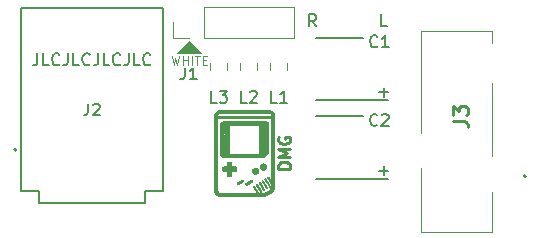
<source format=gbr>
%TF.GenerationSoftware,KiCad,Pcbnew,(5.1.6)-1*%
%TF.CreationDate,2024-02-19T11:36:57-05:00*%
%TF.ProjectId,GB-DMG-Pro-Headphone-PCB,47422d44-4d47-42d5-9072-6f2d48656164,0*%
%TF.SameCoordinates,Original*%
%TF.FileFunction,Legend,Top*%
%TF.FilePolarity,Positive*%
%FSLAX46Y46*%
G04 Gerber Fmt 4.6, Leading zero omitted, Abs format (unit mm)*
G04 Created by KiCad (PCBNEW (5.1.6)-1) date 2024-02-19 11:36:57*
%MOMM*%
%LPD*%
G01*
G04 APERTURE LIST*
%ADD10C,0.150000*%
%ADD11C,0.250000*%
%ADD12C,0.125000*%
%ADD13C,0.100000*%
%ADD14C,0.010000*%
%ADD15C,0.200000*%
%ADD16C,0.120000*%
%ADD17C,0.127000*%
%ADD18C,0.254000*%
G04 APERTURE END LIST*
D10*
X161671047Y-111704428D02*
X162432952Y-111704428D01*
X162052000Y-112085380D02*
X162052000Y-111323476D01*
X161671047Y-105036928D02*
X162432952Y-105036928D01*
X162052000Y-105417880D02*
X162052000Y-104655976D01*
X162298023Y-99448880D02*
X161821833Y-99448880D01*
X161821833Y-98448880D01*
X156329023Y-99448880D02*
X155995690Y-98972690D01*
X155757595Y-99448880D02*
X155757595Y-98448880D01*
X156138547Y-98448880D01*
X156233785Y-98496500D01*
X156281404Y-98544119D01*
X156329023Y-98639357D01*
X156329023Y-98782214D01*
X156281404Y-98877452D01*
X156233785Y-98925071D01*
X156138547Y-98972690D01*
X155757595Y-98972690D01*
D11*
X154122380Y-111505833D02*
X153122380Y-111505833D01*
X153122380Y-111267738D01*
X153170000Y-111124880D01*
X153265238Y-111029642D01*
X153360476Y-110982023D01*
X153550952Y-110934404D01*
X153693809Y-110934404D01*
X153884285Y-110982023D01*
X153979523Y-111029642D01*
X154074761Y-111124880D01*
X154122380Y-111267738D01*
X154122380Y-111505833D01*
X154122380Y-110505833D02*
X153122380Y-110505833D01*
X153836666Y-110172500D01*
X153122380Y-109839166D01*
X154122380Y-109839166D01*
X153170000Y-108839166D02*
X153122380Y-108934404D01*
X153122380Y-109077261D01*
X153170000Y-109220119D01*
X153265238Y-109315357D01*
X153360476Y-109362976D01*
X153550952Y-109410595D01*
X153693809Y-109410595D01*
X153884285Y-109362976D01*
X153979523Y-109315357D01*
X154074761Y-109220119D01*
X154122380Y-109077261D01*
X154122380Y-108982023D01*
X154074761Y-108839166D01*
X154027142Y-108791547D01*
X153693809Y-108791547D01*
X153693809Y-108982023D01*
D12*
X144087642Y-101951285D02*
X144266214Y-102701285D01*
X144409071Y-102165571D01*
X144551928Y-102701285D01*
X144730500Y-101951285D01*
X145016214Y-102701285D02*
X145016214Y-101951285D01*
X145016214Y-102308428D02*
X145444785Y-102308428D01*
X145444785Y-102701285D02*
X145444785Y-101951285D01*
X145801928Y-102701285D02*
X145801928Y-101951285D01*
X146051928Y-101951285D02*
X146480500Y-101951285D01*
X146266214Y-102701285D02*
X146266214Y-101951285D01*
X146730500Y-102308428D02*
X146980500Y-102308428D01*
X147087642Y-102701285D02*
X146730500Y-102701285D01*
X146730500Y-101951285D01*
X147087642Y-101951285D01*
D13*
G36*
X146621500Y-101727000D02*
G01*
X144526000Y-101727000D01*
X145542000Y-100711000D01*
X146621500Y-101727000D01*
G37*
X146621500Y-101727000D02*
X144526000Y-101727000D01*
X145542000Y-100711000D01*
X146621500Y-101727000D01*
D10*
X132731452Y-101750880D02*
X132731452Y-102465166D01*
X132683833Y-102608023D01*
X132588595Y-102703261D01*
X132445738Y-102750880D01*
X132350500Y-102750880D01*
X133683833Y-102750880D02*
X133207642Y-102750880D01*
X133207642Y-101750880D01*
X134588595Y-102655642D02*
X134540976Y-102703261D01*
X134398119Y-102750880D01*
X134302880Y-102750880D01*
X134160023Y-102703261D01*
X134064785Y-102608023D01*
X134017166Y-102512785D01*
X133969547Y-102322309D01*
X133969547Y-102179452D01*
X134017166Y-101988976D01*
X134064785Y-101893738D01*
X134160023Y-101798500D01*
X134302880Y-101750880D01*
X134398119Y-101750880D01*
X134540976Y-101798500D01*
X134588595Y-101846119D01*
X135302880Y-101750880D02*
X135302880Y-102465166D01*
X135255261Y-102608023D01*
X135160023Y-102703261D01*
X135017166Y-102750880D01*
X134921928Y-102750880D01*
X136255261Y-102750880D02*
X135779071Y-102750880D01*
X135779071Y-101750880D01*
X137160023Y-102655642D02*
X137112404Y-102703261D01*
X136969547Y-102750880D01*
X136874309Y-102750880D01*
X136731452Y-102703261D01*
X136636214Y-102608023D01*
X136588595Y-102512785D01*
X136540976Y-102322309D01*
X136540976Y-102179452D01*
X136588595Y-101988976D01*
X136636214Y-101893738D01*
X136731452Y-101798500D01*
X136874309Y-101750880D01*
X136969547Y-101750880D01*
X137112404Y-101798500D01*
X137160023Y-101846119D01*
X137874309Y-101750880D02*
X137874309Y-102465166D01*
X137826690Y-102608023D01*
X137731452Y-102703261D01*
X137588595Y-102750880D01*
X137493357Y-102750880D01*
X138826690Y-102750880D02*
X138350500Y-102750880D01*
X138350500Y-101750880D01*
X139731452Y-102655642D02*
X139683833Y-102703261D01*
X139540976Y-102750880D01*
X139445738Y-102750880D01*
X139302880Y-102703261D01*
X139207642Y-102608023D01*
X139160023Y-102512785D01*
X139112404Y-102322309D01*
X139112404Y-102179452D01*
X139160023Y-101988976D01*
X139207642Y-101893738D01*
X139302880Y-101798500D01*
X139445738Y-101750880D01*
X139540976Y-101750880D01*
X139683833Y-101798500D01*
X139731452Y-101846119D01*
X140445738Y-101750880D02*
X140445738Y-102465166D01*
X140398119Y-102608023D01*
X140302880Y-102703261D01*
X140160023Y-102750880D01*
X140064785Y-102750880D01*
X141398119Y-102750880D02*
X140921928Y-102750880D01*
X140921928Y-101750880D01*
X142302880Y-102655642D02*
X142255261Y-102703261D01*
X142112404Y-102750880D01*
X142017166Y-102750880D01*
X141874309Y-102703261D01*
X141779071Y-102608023D01*
X141731452Y-102512785D01*
X141683833Y-102322309D01*
X141683833Y-102179452D01*
X141731452Y-101988976D01*
X141779071Y-101893738D01*
X141874309Y-101798500D01*
X142017166Y-101750880D01*
X142112404Y-101750880D01*
X142255261Y-101798500D01*
X142302880Y-101846119D01*
D14*
%TO.C,G\u002A\u002A\u002A*%
G36*
X151038351Y-107496943D02*
G01*
X151242394Y-107497163D01*
X151420209Y-107497690D01*
X151573708Y-107498631D01*
X151704799Y-107500096D01*
X151815394Y-107502193D01*
X151907401Y-107505031D01*
X151982730Y-107508719D01*
X152043292Y-107513366D01*
X152090996Y-107519080D01*
X152127753Y-107525969D01*
X152155471Y-107534144D01*
X152176062Y-107543711D01*
X152191434Y-107554781D01*
X152203498Y-107567462D01*
X152214164Y-107581862D01*
X152225341Y-107598091D01*
X152234024Y-107609985D01*
X152281467Y-107672173D01*
X152286438Y-108765703D01*
X152287342Y-109031101D01*
X152287483Y-109263002D01*
X152286857Y-109461771D01*
X152285461Y-109627770D01*
X152283290Y-109761362D01*
X152280340Y-109862909D01*
X152276607Y-109932773D01*
X152272853Y-109967303D01*
X152231697Y-110111903D01*
X152161832Y-110245070D01*
X152067220Y-110361018D01*
X151951825Y-110453960D01*
X151930590Y-110466960D01*
X151904171Y-110482213D01*
X151878642Y-110495728D01*
X151851896Y-110507610D01*
X151821823Y-110517960D01*
X151786314Y-110526883D01*
X151743261Y-110534483D01*
X151690554Y-110540861D01*
X151626085Y-110546122D01*
X151547744Y-110550370D01*
X151453424Y-110553706D01*
X151341014Y-110556236D01*
X151208407Y-110558062D01*
X151053492Y-110559287D01*
X150874161Y-110560015D01*
X150668306Y-110560349D01*
X150433817Y-110560393D01*
X150168586Y-110560250D01*
X150029333Y-110560145D01*
X149789592Y-110559798D01*
X149561140Y-110559152D01*
X149346232Y-110558228D01*
X149147118Y-110557050D01*
X148966052Y-110555641D01*
X148805285Y-110554023D01*
X148667069Y-110552219D01*
X148553658Y-110550251D01*
X148467303Y-110548143D01*
X148410257Y-110545917D01*
X148384771Y-110543597D01*
X148384568Y-110543540D01*
X148323373Y-110511040D01*
X148266410Y-110455634D01*
X148222505Y-110387971D01*
X148200922Y-110321985D01*
X148199294Y-110293511D01*
X148197875Y-110233970D01*
X148196677Y-110146164D01*
X148195709Y-110032890D01*
X148194985Y-109896950D01*
X148194514Y-109741144D01*
X148194309Y-109568270D01*
X148194379Y-109381129D01*
X148194738Y-109182521D01*
X148195395Y-108975246D01*
X148195453Y-108960439D01*
X148197016Y-108563833D01*
X148446067Y-108563833D01*
X148458475Y-108615633D01*
X148493649Y-108644063D01*
X148522267Y-108648500D01*
X148561126Y-108639330D01*
X148578147Y-108628180D01*
X148593794Y-108596516D01*
X148598467Y-108563833D01*
X148586058Y-108512033D01*
X148550884Y-108483603D01*
X148522267Y-108479167D01*
X148475646Y-108492954D01*
X148450060Y-108532036D01*
X148446067Y-108563833D01*
X148197016Y-108563833D01*
X148199813Y-107854554D01*
X148971000Y-107854554D01*
X148971000Y-109035540D01*
X148971142Y-109278302D01*
X148971588Y-109488987D01*
X148972369Y-109669381D01*
X148973515Y-109821274D01*
X148975055Y-109946453D01*
X148977021Y-110046705D01*
X148979443Y-110123819D01*
X148982350Y-110179583D01*
X148985773Y-110215784D01*
X148989742Y-110234210D01*
X148991320Y-110236847D01*
X149011974Y-110240908D01*
X149063215Y-110244556D01*
X149141767Y-110247792D01*
X149244352Y-110250614D01*
X149367694Y-110253024D01*
X149508517Y-110255021D01*
X149663542Y-110256604D01*
X149829494Y-110257775D01*
X150003096Y-110258532D01*
X150181070Y-110258877D01*
X150360140Y-110258808D01*
X150537029Y-110258327D01*
X150708461Y-110257433D01*
X150871158Y-110256125D01*
X151021843Y-110254405D01*
X151157241Y-110252272D01*
X151274073Y-110249726D01*
X151369064Y-110246766D01*
X151438936Y-110243394D01*
X151480413Y-110239609D01*
X151490680Y-110236847D01*
X151494854Y-110224416D01*
X151498472Y-110194858D01*
X151501562Y-110146384D01*
X151504156Y-110077208D01*
X151506283Y-109985541D01*
X151507974Y-109869595D01*
X151509259Y-109727583D01*
X151510169Y-109557716D01*
X151510733Y-109358206D01*
X151510982Y-109127266D01*
X151511000Y-109035540D01*
X151511000Y-107854554D01*
X151473365Y-107828193D01*
X151463038Y-107823062D01*
X151446194Y-107818632D01*
X151420494Y-107814853D01*
X151383598Y-107811674D01*
X151333165Y-107809046D01*
X151266857Y-107806918D01*
X151182332Y-107805242D01*
X151077250Y-107803965D01*
X150949273Y-107803039D01*
X150796059Y-107802414D01*
X150615268Y-107802038D01*
X150404561Y-107801863D01*
X150241000Y-107801833D01*
X150008351Y-107801899D01*
X149807228Y-107802131D01*
X149635292Y-107802579D01*
X149490202Y-107803293D01*
X149369619Y-107804323D01*
X149271202Y-107805719D01*
X149192611Y-107807531D01*
X149131507Y-107809810D01*
X149085548Y-107812604D01*
X149052396Y-107815965D01*
X149029710Y-107819942D01*
X149015150Y-107824586D01*
X149008634Y-107828193D01*
X148971000Y-107854554D01*
X148199813Y-107854554D01*
X148200533Y-107672179D01*
X148249332Y-107608209D01*
X148261797Y-107591059D01*
X148272826Y-107575764D01*
X148284323Y-107562218D01*
X148298192Y-107550315D01*
X148316338Y-107539950D01*
X148340663Y-107531016D01*
X148373071Y-107523409D01*
X148415468Y-107517021D01*
X148469756Y-107511748D01*
X148537840Y-107507483D01*
X148621623Y-107504121D01*
X148723009Y-107501555D01*
X148843903Y-107499681D01*
X148986208Y-107498392D01*
X149151827Y-107497582D01*
X149342666Y-107497146D01*
X149560628Y-107496977D01*
X149807616Y-107496971D01*
X150085535Y-107497020D01*
X150249764Y-107497033D01*
X150543946Y-107496987D01*
X150806172Y-107496921D01*
X151038351Y-107496943D01*
G37*
X151038351Y-107496943D02*
X151242394Y-107497163D01*
X151420209Y-107497690D01*
X151573708Y-107498631D01*
X151704799Y-107500096D01*
X151815394Y-107502193D01*
X151907401Y-107505031D01*
X151982730Y-107508719D01*
X152043292Y-107513366D01*
X152090996Y-107519080D01*
X152127753Y-107525969D01*
X152155471Y-107534144D01*
X152176062Y-107543711D01*
X152191434Y-107554781D01*
X152203498Y-107567462D01*
X152214164Y-107581862D01*
X152225341Y-107598091D01*
X152234024Y-107609985D01*
X152281467Y-107672173D01*
X152286438Y-108765703D01*
X152287342Y-109031101D01*
X152287483Y-109263002D01*
X152286857Y-109461771D01*
X152285461Y-109627770D01*
X152283290Y-109761362D01*
X152280340Y-109862909D01*
X152276607Y-109932773D01*
X152272853Y-109967303D01*
X152231697Y-110111903D01*
X152161832Y-110245070D01*
X152067220Y-110361018D01*
X151951825Y-110453960D01*
X151930590Y-110466960D01*
X151904171Y-110482213D01*
X151878642Y-110495728D01*
X151851896Y-110507610D01*
X151821823Y-110517960D01*
X151786314Y-110526883D01*
X151743261Y-110534483D01*
X151690554Y-110540861D01*
X151626085Y-110546122D01*
X151547744Y-110550370D01*
X151453424Y-110553706D01*
X151341014Y-110556236D01*
X151208407Y-110558062D01*
X151053492Y-110559287D01*
X150874161Y-110560015D01*
X150668306Y-110560349D01*
X150433817Y-110560393D01*
X150168586Y-110560250D01*
X150029333Y-110560145D01*
X149789592Y-110559798D01*
X149561140Y-110559152D01*
X149346232Y-110558228D01*
X149147118Y-110557050D01*
X148966052Y-110555641D01*
X148805285Y-110554023D01*
X148667069Y-110552219D01*
X148553658Y-110550251D01*
X148467303Y-110548143D01*
X148410257Y-110545917D01*
X148384771Y-110543597D01*
X148384568Y-110543540D01*
X148323373Y-110511040D01*
X148266410Y-110455634D01*
X148222505Y-110387971D01*
X148200922Y-110321985D01*
X148199294Y-110293511D01*
X148197875Y-110233970D01*
X148196677Y-110146164D01*
X148195709Y-110032890D01*
X148194985Y-109896950D01*
X148194514Y-109741144D01*
X148194309Y-109568270D01*
X148194379Y-109381129D01*
X148194738Y-109182521D01*
X148195395Y-108975246D01*
X148195453Y-108960439D01*
X148197016Y-108563833D01*
X148446067Y-108563833D01*
X148458475Y-108615633D01*
X148493649Y-108644063D01*
X148522267Y-108648500D01*
X148561126Y-108639330D01*
X148578147Y-108628180D01*
X148593794Y-108596516D01*
X148598467Y-108563833D01*
X148586058Y-108512033D01*
X148550884Y-108483603D01*
X148522267Y-108479167D01*
X148475646Y-108492954D01*
X148450060Y-108532036D01*
X148446067Y-108563833D01*
X148197016Y-108563833D01*
X148199813Y-107854554D01*
X148971000Y-107854554D01*
X148971000Y-109035540D01*
X148971142Y-109278302D01*
X148971588Y-109488987D01*
X148972369Y-109669381D01*
X148973515Y-109821274D01*
X148975055Y-109946453D01*
X148977021Y-110046705D01*
X148979443Y-110123819D01*
X148982350Y-110179583D01*
X148985773Y-110215784D01*
X148989742Y-110234210D01*
X148991320Y-110236847D01*
X149011974Y-110240908D01*
X149063215Y-110244556D01*
X149141767Y-110247792D01*
X149244352Y-110250614D01*
X149367694Y-110253024D01*
X149508517Y-110255021D01*
X149663542Y-110256604D01*
X149829494Y-110257775D01*
X150003096Y-110258532D01*
X150181070Y-110258877D01*
X150360140Y-110258808D01*
X150537029Y-110258327D01*
X150708461Y-110257433D01*
X150871158Y-110256125D01*
X151021843Y-110254405D01*
X151157241Y-110252272D01*
X151274073Y-110249726D01*
X151369064Y-110246766D01*
X151438936Y-110243394D01*
X151480413Y-110239609D01*
X151490680Y-110236847D01*
X151494854Y-110224416D01*
X151498472Y-110194858D01*
X151501562Y-110146384D01*
X151504156Y-110077208D01*
X151506283Y-109985541D01*
X151507974Y-109869595D01*
X151509259Y-109727583D01*
X151510169Y-109557716D01*
X151510733Y-109358206D01*
X151510982Y-109127266D01*
X151511000Y-109035540D01*
X151511000Y-107854554D01*
X151473365Y-107828193D01*
X151463038Y-107823062D01*
X151446194Y-107818632D01*
X151420494Y-107814853D01*
X151383598Y-107811674D01*
X151333165Y-107809046D01*
X151266857Y-107806918D01*
X151182332Y-107805242D01*
X151077250Y-107803965D01*
X150949273Y-107803039D01*
X150796059Y-107802414D01*
X150615268Y-107802038D01*
X150404561Y-107801863D01*
X150241000Y-107801833D01*
X150008351Y-107801899D01*
X149807228Y-107802131D01*
X149635292Y-107802579D01*
X149490202Y-107803293D01*
X149369619Y-107804323D01*
X149271202Y-107805719D01*
X149192611Y-107807531D01*
X149131507Y-107809810D01*
X149085548Y-107812604D01*
X149052396Y-107815965D01*
X149029710Y-107819942D01*
X149015150Y-107824586D01*
X149008634Y-107828193D01*
X148971000Y-107854554D01*
X148199813Y-107854554D01*
X148200533Y-107672179D01*
X148249332Y-107608209D01*
X148261797Y-107591059D01*
X148272826Y-107575764D01*
X148284323Y-107562218D01*
X148298192Y-107550315D01*
X148316338Y-107539950D01*
X148340663Y-107531016D01*
X148373071Y-107523409D01*
X148415468Y-107517021D01*
X148469756Y-107511748D01*
X148537840Y-107507483D01*
X148621623Y-107504121D01*
X148723009Y-107501555D01*
X148843903Y-107499681D01*
X148986208Y-107498392D01*
X149151827Y-107497582D01*
X149342666Y-107497146D01*
X149560628Y-107496977D01*
X149807616Y-107496971D01*
X150085535Y-107497020D01*
X150249764Y-107497033D01*
X150543946Y-107496987D01*
X150806172Y-107496921D01*
X151038351Y-107496943D01*
G36*
X151935674Y-111078011D02*
G01*
X152011358Y-111119093D01*
X152072727Y-111185547D01*
X152083145Y-111202669D01*
X152114257Y-111288736D01*
X152114987Y-111374775D01*
X152088331Y-111455036D01*
X152037287Y-111523764D01*
X151964851Y-111575207D01*
X151874285Y-111603573D01*
X151816775Y-111605087D01*
X151759603Y-111587965D01*
X151732124Y-111574692D01*
X151658313Y-111527116D01*
X151613073Y-111472019D01*
X151591269Y-111400924D01*
X151587200Y-111335425D01*
X151590637Y-111266117D01*
X151603179Y-111216631D01*
X151626635Y-111175544D01*
X151691156Y-111111069D01*
X151768731Y-111073592D01*
X151852518Y-111062708D01*
X151935674Y-111078011D01*
G37*
X151935674Y-111078011D02*
X152011358Y-111119093D01*
X152072727Y-111185547D01*
X152083145Y-111202669D01*
X152114257Y-111288736D01*
X152114987Y-111374775D01*
X152088331Y-111455036D01*
X152037287Y-111523764D01*
X151964851Y-111575207D01*
X151874285Y-111603573D01*
X151816775Y-111605087D01*
X151759603Y-111587965D01*
X151732124Y-111574692D01*
X151658313Y-111527116D01*
X151613073Y-111472019D01*
X151591269Y-111400924D01*
X151587200Y-111335425D01*
X151590637Y-111266117D01*
X151603179Y-111216631D01*
X151626635Y-111175544D01*
X151691156Y-111111069D01*
X151768731Y-111073592D01*
X151852518Y-111062708D01*
X151935674Y-111078011D01*
G36*
X151278581Y-111439066D02*
G01*
X151278588Y-111439069D01*
X151354190Y-111488549D01*
X151406925Y-111555714D01*
X151436110Y-111633848D01*
X151441063Y-111716238D01*
X151421101Y-111796168D01*
X151375541Y-111866925D01*
X151326320Y-111908539D01*
X151247332Y-111945779D01*
X151165756Y-111959854D01*
X151103136Y-111951778D01*
X151017986Y-111909618D01*
X150953732Y-111841880D01*
X150938470Y-111817112D01*
X150907311Y-111732276D01*
X150905526Y-111648926D01*
X150928951Y-111571687D01*
X150973425Y-111505186D01*
X151034786Y-111454048D01*
X151108874Y-111422898D01*
X151191526Y-111416362D01*
X151278581Y-111439066D01*
G37*
X151278581Y-111439066D02*
X151278588Y-111439069D01*
X151354190Y-111488549D01*
X151406925Y-111555714D01*
X151436110Y-111633848D01*
X151441063Y-111716238D01*
X151421101Y-111796168D01*
X151375541Y-111866925D01*
X151326320Y-111908539D01*
X151247332Y-111945779D01*
X151165756Y-111959854D01*
X151103136Y-111951778D01*
X151017986Y-111909618D01*
X150953732Y-111841880D01*
X150938470Y-111817112D01*
X150907311Y-111732276D01*
X150905526Y-111648926D01*
X150928951Y-111571687D01*
X150973425Y-111505186D01*
X151034786Y-111454048D01*
X151108874Y-111422898D01*
X151191526Y-111416362D01*
X151278581Y-111439066D01*
G36*
X149037951Y-110920131D02*
G01*
X149093445Y-110927349D01*
X149120013Y-110937886D01*
X149130656Y-110967005D01*
X149137452Y-111028391D01*
X149140262Y-111120647D01*
X149140333Y-111141086D01*
X149140333Y-111323967D01*
X149323975Y-111323967D01*
X149418314Y-111325181D01*
X149483984Y-111331551D01*
X149526167Y-111347167D01*
X149550042Y-111376117D01*
X149560793Y-111422494D01*
X149563599Y-111490385D01*
X149563666Y-111513175D01*
X149562053Y-111584973D01*
X149553782Y-111635085D01*
X149533707Y-111667399D01*
X149496682Y-111685804D01*
X149437562Y-111694188D01*
X149351200Y-111696439D01*
X149321033Y-111696500D01*
X149140333Y-111696500D01*
X149140333Y-111879380D01*
X149138280Y-111977220D01*
X149132215Y-112044450D01*
X149122276Y-112079672D01*
X149120013Y-112082580D01*
X149091366Y-112093563D01*
X149034642Y-112100572D01*
X148959742Y-112102900D01*
X148889068Y-112101887D01*
X148844677Y-112097803D01*
X148819019Y-112089076D01*
X148804544Y-112074137D01*
X148802262Y-112070146D01*
X148794779Y-112039751D01*
X148788888Y-111984590D01*
X148785375Y-111913754D01*
X148784733Y-111866946D01*
X148784733Y-111696500D01*
X148606933Y-111696500D01*
X148511090Y-111694803D01*
X148443977Y-111687149D01*
X148400524Y-111669691D01*
X148375661Y-111638582D01*
X148364316Y-111589975D01*
X148361420Y-111520025D01*
X148361400Y-111510233D01*
X148363636Y-111437525D01*
X148373726Y-111386611D01*
X148396739Y-111353647D01*
X148437746Y-111334785D01*
X148501818Y-111326179D01*
X148594025Y-111323982D01*
X148606933Y-111323967D01*
X148784733Y-111323967D01*
X148784733Y-111153520D01*
X148785540Y-111060091D01*
X148790551Y-110995291D01*
X148803649Y-110953883D01*
X148828719Y-110930631D01*
X148869644Y-110920298D01*
X148930308Y-110917648D01*
X148959742Y-110917567D01*
X149037951Y-110920131D01*
G37*
X149037951Y-110920131D02*
X149093445Y-110927349D01*
X149120013Y-110937886D01*
X149130656Y-110967005D01*
X149137452Y-111028391D01*
X149140262Y-111120647D01*
X149140333Y-111141086D01*
X149140333Y-111323967D01*
X149323975Y-111323967D01*
X149418314Y-111325181D01*
X149483984Y-111331551D01*
X149526167Y-111347167D01*
X149550042Y-111376117D01*
X149560793Y-111422494D01*
X149563599Y-111490385D01*
X149563666Y-111513175D01*
X149562053Y-111584973D01*
X149553782Y-111635085D01*
X149533707Y-111667399D01*
X149496682Y-111685804D01*
X149437562Y-111694188D01*
X149351200Y-111696439D01*
X149321033Y-111696500D01*
X149140333Y-111696500D01*
X149140333Y-111879380D01*
X149138280Y-111977220D01*
X149132215Y-112044450D01*
X149122276Y-112079672D01*
X149120013Y-112082580D01*
X149091366Y-112093563D01*
X149034642Y-112100572D01*
X148959742Y-112102900D01*
X148889068Y-112101887D01*
X148844677Y-112097803D01*
X148819019Y-112089076D01*
X148804544Y-112074137D01*
X148802262Y-112070146D01*
X148794779Y-112039751D01*
X148788888Y-111984590D01*
X148785375Y-111913754D01*
X148784733Y-111866946D01*
X148784733Y-111696500D01*
X148606933Y-111696500D01*
X148511090Y-111694803D01*
X148443977Y-111687149D01*
X148400524Y-111669691D01*
X148375661Y-111638582D01*
X148364316Y-111589975D01*
X148361420Y-111520025D01*
X148361400Y-111510233D01*
X148363636Y-111437525D01*
X148373726Y-111386611D01*
X148396739Y-111353647D01*
X148437746Y-111334785D01*
X148501818Y-111326179D01*
X148594025Y-111323982D01*
X148606933Y-111323967D01*
X148784733Y-111323967D01*
X148784733Y-111153520D01*
X148785540Y-111060091D01*
X148790551Y-110995291D01*
X148803649Y-110953883D01*
X148828719Y-110930631D01*
X148869644Y-110920298D01*
X148930308Y-110917648D01*
X148959742Y-110917567D01*
X149037951Y-110920131D01*
G36*
X150081544Y-112448874D02*
G01*
X150122381Y-112474533D01*
X150143599Y-112518851D01*
X150139749Y-112567869D01*
X150122736Y-112584474D01*
X150082511Y-112613755D01*
X150025406Y-112651835D01*
X149957753Y-112694836D01*
X149885885Y-112738881D01*
X149816135Y-112780092D01*
X149754834Y-112814591D01*
X149708317Y-112838501D01*
X149682914Y-112847944D01*
X149682315Y-112847966D01*
X149662904Y-112839259D01*
X149634216Y-112820940D01*
X149605251Y-112788192D01*
X149600815Y-112741490D01*
X149605164Y-112719674D01*
X149616500Y-112699580D01*
X149639346Y-112677581D01*
X149678224Y-112650051D01*
X149737655Y-112613363D01*
X149822162Y-112563891D01*
X149822578Y-112563651D01*
X149913398Y-112512148D01*
X149980395Y-112477035D01*
X150028161Y-112456277D01*
X150061289Y-112447838D01*
X150081544Y-112448874D01*
G37*
X150081544Y-112448874D02*
X150122381Y-112474533D01*
X150143599Y-112518851D01*
X150139749Y-112567869D01*
X150122736Y-112584474D01*
X150082511Y-112613755D01*
X150025406Y-112651835D01*
X149957753Y-112694836D01*
X149885885Y-112738881D01*
X149816135Y-112780092D01*
X149754834Y-112814591D01*
X149708317Y-112838501D01*
X149682914Y-112847944D01*
X149682315Y-112847966D01*
X149662904Y-112839259D01*
X149634216Y-112820940D01*
X149605251Y-112788192D01*
X149600815Y-112741490D01*
X149605164Y-112719674D01*
X149616500Y-112699580D01*
X149639346Y-112677581D01*
X149678224Y-112650051D01*
X149737655Y-112613363D01*
X149822162Y-112563891D01*
X149822578Y-112563651D01*
X149913398Y-112512148D01*
X149980395Y-112477035D01*
X150028161Y-112456277D01*
X150061289Y-112447838D01*
X150081544Y-112448874D01*
G36*
X150840731Y-112473056D02*
G01*
X150869565Y-112509091D01*
X150882457Y-112555494D01*
X150873953Y-112600703D01*
X150870840Y-112606129D01*
X150851614Y-112621900D01*
X150809159Y-112649671D01*
X150750068Y-112685689D01*
X150680936Y-112726202D01*
X150608355Y-112767456D01*
X150538921Y-112805698D01*
X150479226Y-112837174D01*
X150435866Y-112858132D01*
X150416211Y-112864900D01*
X150392484Y-112852684D01*
X150363011Y-112823124D01*
X150361708Y-112821485D01*
X150341856Y-112789891D01*
X150337466Y-112760689D01*
X150351321Y-112730590D01*
X150386203Y-112696306D01*
X150444897Y-112654550D01*
X150530187Y-112602034D01*
X150564650Y-112581778D01*
X150641763Y-112537813D01*
X150710051Y-112500788D01*
X150763487Y-112473831D01*
X150796039Y-112460070D01*
X150801409Y-112458950D01*
X150840731Y-112473056D01*
G37*
X150840731Y-112473056D02*
X150869565Y-112509091D01*
X150882457Y-112555494D01*
X150873953Y-112600703D01*
X150870840Y-112606129D01*
X150851614Y-112621900D01*
X150809159Y-112649671D01*
X150750068Y-112685689D01*
X150680936Y-112726202D01*
X150608355Y-112767456D01*
X150538921Y-112805698D01*
X150479226Y-112837174D01*
X150435866Y-112858132D01*
X150416211Y-112864900D01*
X150392484Y-112852684D01*
X150363011Y-112823124D01*
X150361708Y-112821485D01*
X150341856Y-112789891D01*
X150337466Y-112760689D01*
X150351321Y-112730590D01*
X150386203Y-112696306D01*
X150444897Y-112654550D01*
X150530187Y-112602034D01*
X150564650Y-112581778D01*
X150641763Y-112537813D01*
X150710051Y-112500788D01*
X150763487Y-112473831D01*
X150796039Y-112460070D01*
X150801409Y-112458950D01*
X150840731Y-112473056D01*
G36*
X152023942Y-112345740D02*
G01*
X152039298Y-112357023D01*
X152058866Y-112379349D01*
X152085068Y-112415979D01*
X152120327Y-112470174D01*
X152167064Y-112545196D01*
X152227700Y-112644306D01*
X152263926Y-112703812D01*
X152325834Y-112806957D01*
X152370264Y-112885331D01*
X152398307Y-112942487D01*
X152411053Y-112981978D01*
X152409592Y-113007355D01*
X152395015Y-113022170D01*
X152368412Y-113029976D01*
X152364254Y-113030642D01*
X152349625Y-113026497D01*
X152329341Y-113008274D01*
X152301224Y-112972968D01*
X152263095Y-112917575D01*
X152212775Y-112839089D01*
X152148085Y-112734507D01*
X152140333Y-112721829D01*
X152084198Y-112628200D01*
X152035084Y-112542934D01*
X151995503Y-112470674D01*
X151967966Y-112416059D01*
X151954987Y-112383732D01*
X151954389Y-112378286D01*
X151973783Y-112352098D01*
X151996184Y-112343261D01*
X152010379Y-112342240D01*
X152023942Y-112345740D01*
G37*
X152023942Y-112345740D02*
X152039298Y-112357023D01*
X152058866Y-112379349D01*
X152085068Y-112415979D01*
X152120327Y-112470174D01*
X152167064Y-112545196D01*
X152227700Y-112644306D01*
X152263926Y-112703812D01*
X152325834Y-112806957D01*
X152370264Y-112885331D01*
X152398307Y-112942487D01*
X152411053Y-112981978D01*
X152409592Y-113007355D01*
X152395015Y-113022170D01*
X152368412Y-113029976D01*
X152364254Y-113030642D01*
X152349625Y-113026497D01*
X152329341Y-113008274D01*
X152301224Y-112972968D01*
X152263095Y-112917575D01*
X152212775Y-112839089D01*
X152148085Y-112734507D01*
X152140333Y-112721829D01*
X152084198Y-112628200D01*
X152035084Y-112542934D01*
X151995503Y-112470674D01*
X151967966Y-112416059D01*
X151954987Y-112383732D01*
X151954389Y-112378286D01*
X151973783Y-112352098D01*
X151996184Y-112343261D01*
X152010379Y-112342240D01*
X152023942Y-112345740D01*
G36*
X151778673Y-112504840D02*
G01*
X151797654Y-112519159D01*
X151822100Y-112547239D01*
X151854575Y-112592531D01*
X151897642Y-112658482D01*
X151953864Y-112748543D01*
X151987814Y-112803863D01*
X152052754Y-112912198D01*
X152104701Y-113003304D01*
X152142130Y-113074314D01*
X152163515Y-113122361D01*
X152168022Y-113142529D01*
X152150858Y-113174166D01*
X152119073Y-113183223D01*
X152083945Y-113168939D01*
X152066301Y-113149383D01*
X152049521Y-113122784D01*
X152018437Y-113072670D01*
X151976377Y-113004440D01*
X151926671Y-112923492D01*
X151876616Y-112841722D01*
X151811213Y-112732658D01*
X151764117Y-112648546D01*
X151734360Y-112586492D01*
X151720974Y-112543603D01*
X151722990Y-112516984D01*
X151739441Y-112503742D01*
X151762593Y-112500833D01*
X151778673Y-112504840D01*
G37*
X151778673Y-112504840D02*
X151797654Y-112519159D01*
X151822100Y-112547239D01*
X151854575Y-112592531D01*
X151897642Y-112658482D01*
X151953864Y-112748543D01*
X151987814Y-112803863D01*
X152052754Y-112912198D01*
X152104701Y-113003304D01*
X152142130Y-113074314D01*
X152163515Y-113122361D01*
X152168022Y-113142529D01*
X152150858Y-113174166D01*
X152119073Y-113183223D01*
X152083945Y-113168939D01*
X152066301Y-113149383D01*
X152049521Y-113122784D01*
X152018437Y-113072670D01*
X151976377Y-113004440D01*
X151926671Y-112923492D01*
X151876616Y-112841722D01*
X151811213Y-112732658D01*
X151764117Y-112648546D01*
X151734360Y-112586492D01*
X151720974Y-112543603D01*
X151722990Y-112516984D01*
X151739441Y-112503742D01*
X151762593Y-112500833D01*
X151778673Y-112504840D01*
G36*
X151526583Y-112648983D02*
G01*
X151542807Y-112657125D01*
X151562524Y-112676171D01*
X151588355Y-112709592D01*
X151622919Y-112760858D01*
X151668838Y-112833442D01*
X151728732Y-112930813D01*
X151746457Y-112959864D01*
X151812430Y-113069178D01*
X151861553Y-113153352D01*
X151895478Y-113215609D01*
X151915854Y-113259175D01*
X151924334Y-113287275D01*
X151922568Y-113303135D01*
X151922353Y-113303489D01*
X151890820Y-113331942D01*
X151855014Y-113327741D01*
X151819808Y-113293363D01*
X151781747Y-113236846D01*
X151736221Y-113165346D01*
X151686273Y-113084100D01*
X151634950Y-112998345D01*
X151585296Y-112913318D01*
X151540356Y-112834256D01*
X151503174Y-112766394D01*
X151476796Y-112714970D01*
X151464266Y-112685220D01*
X151463709Y-112680930D01*
X151482615Y-112658110D01*
X151511234Y-112648275D01*
X151526583Y-112648983D01*
G37*
X151526583Y-112648983D02*
X151542807Y-112657125D01*
X151562524Y-112676171D01*
X151588355Y-112709592D01*
X151622919Y-112760858D01*
X151668838Y-112833442D01*
X151728732Y-112930813D01*
X151746457Y-112959864D01*
X151812430Y-113069178D01*
X151861553Y-113153352D01*
X151895478Y-113215609D01*
X151915854Y-113259175D01*
X151924334Y-113287275D01*
X151922568Y-113303135D01*
X151922353Y-113303489D01*
X151890820Y-113331942D01*
X151855014Y-113327741D01*
X151819808Y-113293363D01*
X151781747Y-113236846D01*
X151736221Y-113165346D01*
X151686273Y-113084100D01*
X151634950Y-112998345D01*
X151585296Y-112913318D01*
X151540356Y-112834256D01*
X151503174Y-112766394D01*
X151476796Y-112714970D01*
X151464266Y-112685220D01*
X151463709Y-112680930D01*
X151482615Y-112658110D01*
X151511234Y-112648275D01*
X151526583Y-112648983D01*
G36*
X151300331Y-112798001D02*
G01*
X151300888Y-112798457D01*
X151319746Y-112821377D01*
X151351332Y-112867573D01*
X151392439Y-112931641D01*
X151439856Y-113008175D01*
X151490374Y-113091772D01*
X151540784Y-113177027D01*
X151587876Y-113258535D01*
X151628441Y-113330891D01*
X151659269Y-113388692D01*
X151677152Y-113426532D01*
X151680333Y-113437445D01*
X151668363Y-113469853D01*
X151653548Y-113481155D01*
X151628821Y-113489837D01*
X151614794Y-113486574D01*
X151602704Y-113478474D01*
X151585070Y-113457925D01*
X151554445Y-113413538D01*
X151514041Y-113350733D01*
X151467068Y-113274932D01*
X151416739Y-113191557D01*
X151366264Y-113106029D01*
X151318853Y-113023770D01*
X151277719Y-112950202D01*
X151246073Y-112890746D01*
X151227126Y-112850823D01*
X151223133Y-112837619D01*
X151235948Y-112802406D01*
X151265917Y-112787066D01*
X151300331Y-112798001D01*
G37*
X151300331Y-112798001D02*
X151300888Y-112798457D01*
X151319746Y-112821377D01*
X151351332Y-112867573D01*
X151392439Y-112931641D01*
X151439856Y-113008175D01*
X151490374Y-113091772D01*
X151540784Y-113177027D01*
X151587876Y-113258535D01*
X151628441Y-113330891D01*
X151659269Y-113388692D01*
X151677152Y-113426532D01*
X151680333Y-113437445D01*
X151668363Y-113469853D01*
X151653548Y-113481155D01*
X151628821Y-113489837D01*
X151614794Y-113486574D01*
X151602704Y-113478474D01*
X151585070Y-113457925D01*
X151554445Y-113413538D01*
X151514041Y-113350733D01*
X151467068Y-113274932D01*
X151416739Y-113191557D01*
X151366264Y-113106029D01*
X151318853Y-113023770D01*
X151277719Y-112950202D01*
X151246073Y-112890746D01*
X151227126Y-112850823D01*
X151223133Y-112837619D01*
X151235948Y-112802406D01*
X151265917Y-112787066D01*
X151300331Y-112798001D01*
G36*
X150238700Y-106548932D02*
G01*
X152450800Y-106549097D01*
X152535590Y-106588582D01*
X152627426Y-106647594D01*
X152707214Y-106729559D01*
X152761951Y-106818468D01*
X152765373Y-106828064D01*
X152768502Y-106842118D01*
X152771350Y-106862095D01*
X152773931Y-106889463D01*
X152776257Y-106925689D01*
X152778342Y-106972239D01*
X152780198Y-107030581D01*
X152781839Y-107102180D01*
X152783277Y-107188503D01*
X152784526Y-107291017D01*
X152785598Y-107411190D01*
X152786507Y-107550486D01*
X152787265Y-107710374D01*
X152787886Y-107892320D01*
X152788381Y-108097791D01*
X152788766Y-108328253D01*
X152789051Y-108585173D01*
X152789251Y-108870018D01*
X152789378Y-109184255D01*
X152789446Y-109529350D01*
X152789466Y-109906769D01*
X152789466Y-112974966D01*
X152737652Y-113119648D01*
X152658486Y-113294656D01*
X152555174Y-113446855D01*
X152429209Y-113574860D01*
X152282086Y-113677285D01*
X152115299Y-113752746D01*
X152025841Y-113779716D01*
X152004826Y-113784860D01*
X151982958Y-113789448D01*
X151958280Y-113793512D01*
X151928834Y-113797084D01*
X151892663Y-113800196D01*
X151847810Y-113802878D01*
X151792317Y-113805164D01*
X151724227Y-113807084D01*
X151641582Y-113808670D01*
X151542425Y-113809954D01*
X151424799Y-113810968D01*
X151286745Y-113811744D01*
X151126307Y-113812313D01*
X150941527Y-113812707D01*
X150730448Y-113812957D01*
X150491112Y-113813096D01*
X150221562Y-113813155D01*
X149962216Y-113813166D01*
X148029383Y-113813166D01*
X147941789Y-113769517D01*
X147843272Y-113704246D01*
X147768474Y-113616851D01*
X147732620Y-113550700D01*
X147728932Y-113541571D01*
X147725548Y-113530101D01*
X147722457Y-113514860D01*
X147719645Y-113494419D01*
X147717097Y-113467347D01*
X147714802Y-113432213D01*
X147712745Y-113387589D01*
X147710914Y-113332042D01*
X147709295Y-113264144D01*
X147707875Y-113182465D01*
X147706641Y-113085573D01*
X147705579Y-112972039D01*
X147704676Y-112840433D01*
X147703918Y-112689324D01*
X147703294Y-112517282D01*
X147702788Y-112322878D01*
X147702388Y-112104681D01*
X147702081Y-111861261D01*
X147701853Y-111591187D01*
X147701691Y-111293030D01*
X147701581Y-110965359D01*
X147701511Y-110606744D01*
X147701468Y-110215756D01*
X147701466Y-110197900D01*
X147701515Y-109743342D01*
X147701740Y-109322507D01*
X147702143Y-108935251D01*
X147702725Y-108581430D01*
X147703485Y-108260900D01*
X147704426Y-107973518D01*
X147705548Y-107719139D01*
X147706850Y-107497621D01*
X147708335Y-107308819D01*
X147709398Y-107209167D01*
X147954732Y-107209167D01*
X147959099Y-110331590D01*
X147959637Y-110713206D01*
X147960149Y-111062412D01*
X147960651Y-111380666D01*
X147961163Y-111669426D01*
X147961700Y-111930149D01*
X147962282Y-112164291D01*
X147962925Y-112373311D01*
X147963648Y-112558666D01*
X147964468Y-112721813D01*
X147965402Y-112864209D01*
X147966468Y-112987312D01*
X147967684Y-113092579D01*
X147969068Y-113181467D01*
X147970636Y-113255434D01*
X147972408Y-113315937D01*
X147974399Y-113364434D01*
X147976629Y-113402381D01*
X147979114Y-113431237D01*
X147981873Y-113452457D01*
X147984922Y-113467501D01*
X147988280Y-113477825D01*
X147991964Y-113484886D01*
X147995991Y-113490142D01*
X147997333Y-113491655D01*
X148033943Y-113524370D01*
X148065067Y-113543158D01*
X148086554Y-113545161D01*
X148139513Y-113547099D01*
X148221547Y-113548951D01*
X148330261Y-113550694D01*
X148463261Y-113552308D01*
X148618150Y-113553770D01*
X148792532Y-113555058D01*
X148984013Y-113556151D01*
X149190197Y-113557026D01*
X149408688Y-113557662D01*
X149637091Y-113558038D01*
X149702778Y-113558093D01*
X151306622Y-113559166D01*
X151168546Y-113334800D01*
X151101880Y-113226385D01*
X151051147Y-113143119D01*
X151014581Y-113081277D01*
X150990412Y-113037134D01*
X150976875Y-113006965D01*
X150972202Y-112987046D01*
X150974626Y-112973653D01*
X150982379Y-112963060D01*
X150988987Y-112956367D01*
X151020443Y-112937759D01*
X151041905Y-112937441D01*
X151057667Y-112954231D01*
X151087666Y-112995757D01*
X151128956Y-113057572D01*
X151178590Y-113135229D01*
X151233620Y-113224283D01*
X151250652Y-113252409D01*
X151434800Y-113557937D01*
X151638000Y-113558302D01*
X151804294Y-113552330D01*
X151944575Y-113532413D01*
X152064530Y-113496518D01*
X152169847Y-113442615D01*
X152266213Y-113368673D01*
X152321830Y-113314132D01*
X152407363Y-113204986D01*
X152472304Y-113083330D01*
X152511947Y-112958834D01*
X152520061Y-112906677D01*
X152530304Y-112805633D01*
X152359882Y-112528302D01*
X152299193Y-112428512D01*
X152255115Y-112353197D01*
X152225723Y-112298483D01*
X152209096Y-112260499D01*
X152203311Y-112235373D01*
X152206425Y-112219268D01*
X152226822Y-112192600D01*
X152250420Y-112187287D01*
X152279721Y-112205332D01*
X152317225Y-112248741D01*
X152365432Y-112319517D01*
X152399243Y-112373833D01*
X152442249Y-112443541D01*
X152478919Y-112501374D01*
X152505740Y-112541909D01*
X152519199Y-112559721D01*
X152519885Y-112560100D01*
X152520678Y-112543467D01*
X152521446Y-112494771D01*
X152522185Y-112415816D01*
X152522889Y-112308405D01*
X152523554Y-112174341D01*
X152524175Y-112015428D01*
X152524747Y-111833471D01*
X152525266Y-111630271D01*
X152525726Y-111407634D01*
X152526123Y-111167361D01*
X152526452Y-110911258D01*
X152526708Y-110641128D01*
X152526887Y-110358773D01*
X152526984Y-110065999D01*
X152527000Y-109884633D01*
X152527000Y-107209167D01*
X147954732Y-107209167D01*
X147709398Y-107209167D01*
X147710003Y-107152590D01*
X147711689Y-107039833D01*
X147950541Y-107039833D01*
X152527000Y-107039833D01*
X152527000Y-106974572D01*
X152512463Y-106907916D01*
X152473973Y-106851474D01*
X152419214Y-106815576D01*
X152405676Y-106811444D01*
X152384098Y-106810284D01*
X152330712Y-106809237D01*
X152247578Y-106808308D01*
X152136756Y-106807500D01*
X152000305Y-106806819D01*
X151840284Y-106806269D01*
X151658752Y-106805855D01*
X151457770Y-106805581D01*
X151239396Y-106805452D01*
X151005689Y-106805473D01*
X150758709Y-106805648D01*
X150500516Y-106805982D01*
X150233168Y-106806479D01*
X150211749Y-106806526D01*
X148057365Y-106811233D01*
X148013385Y-106855216D01*
X147974526Y-106915380D01*
X147959972Y-106969516D01*
X147950541Y-107039833D01*
X147711689Y-107039833D01*
X147711855Y-107028789D01*
X147713891Y-106937274D01*
X147716112Y-106877900D01*
X147718519Y-106850524D01*
X147718705Y-106849761D01*
X147758206Y-106762626D01*
X147823154Y-106680822D01*
X147905387Y-106613871D01*
X147936076Y-106596057D01*
X148026600Y-106548766D01*
X150238700Y-106548932D01*
G37*
X150238700Y-106548932D02*
X152450800Y-106549097D01*
X152535590Y-106588582D01*
X152627426Y-106647594D01*
X152707214Y-106729559D01*
X152761951Y-106818468D01*
X152765373Y-106828064D01*
X152768502Y-106842118D01*
X152771350Y-106862095D01*
X152773931Y-106889463D01*
X152776257Y-106925689D01*
X152778342Y-106972239D01*
X152780198Y-107030581D01*
X152781839Y-107102180D01*
X152783277Y-107188503D01*
X152784526Y-107291017D01*
X152785598Y-107411190D01*
X152786507Y-107550486D01*
X152787265Y-107710374D01*
X152787886Y-107892320D01*
X152788381Y-108097791D01*
X152788766Y-108328253D01*
X152789051Y-108585173D01*
X152789251Y-108870018D01*
X152789378Y-109184255D01*
X152789446Y-109529350D01*
X152789466Y-109906769D01*
X152789466Y-112974966D01*
X152737652Y-113119648D01*
X152658486Y-113294656D01*
X152555174Y-113446855D01*
X152429209Y-113574860D01*
X152282086Y-113677285D01*
X152115299Y-113752746D01*
X152025841Y-113779716D01*
X152004826Y-113784860D01*
X151982958Y-113789448D01*
X151958280Y-113793512D01*
X151928834Y-113797084D01*
X151892663Y-113800196D01*
X151847810Y-113802878D01*
X151792317Y-113805164D01*
X151724227Y-113807084D01*
X151641582Y-113808670D01*
X151542425Y-113809954D01*
X151424799Y-113810968D01*
X151286745Y-113811744D01*
X151126307Y-113812313D01*
X150941527Y-113812707D01*
X150730448Y-113812957D01*
X150491112Y-113813096D01*
X150221562Y-113813155D01*
X149962216Y-113813166D01*
X148029383Y-113813166D01*
X147941789Y-113769517D01*
X147843272Y-113704246D01*
X147768474Y-113616851D01*
X147732620Y-113550700D01*
X147728932Y-113541571D01*
X147725548Y-113530101D01*
X147722457Y-113514860D01*
X147719645Y-113494419D01*
X147717097Y-113467347D01*
X147714802Y-113432213D01*
X147712745Y-113387589D01*
X147710914Y-113332042D01*
X147709295Y-113264144D01*
X147707875Y-113182465D01*
X147706641Y-113085573D01*
X147705579Y-112972039D01*
X147704676Y-112840433D01*
X147703918Y-112689324D01*
X147703294Y-112517282D01*
X147702788Y-112322878D01*
X147702388Y-112104681D01*
X147702081Y-111861261D01*
X147701853Y-111591187D01*
X147701691Y-111293030D01*
X147701581Y-110965359D01*
X147701511Y-110606744D01*
X147701468Y-110215756D01*
X147701466Y-110197900D01*
X147701515Y-109743342D01*
X147701740Y-109322507D01*
X147702143Y-108935251D01*
X147702725Y-108581430D01*
X147703485Y-108260900D01*
X147704426Y-107973518D01*
X147705548Y-107719139D01*
X147706850Y-107497621D01*
X147708335Y-107308819D01*
X147709398Y-107209167D01*
X147954732Y-107209167D01*
X147959099Y-110331590D01*
X147959637Y-110713206D01*
X147960149Y-111062412D01*
X147960651Y-111380666D01*
X147961163Y-111669426D01*
X147961700Y-111930149D01*
X147962282Y-112164291D01*
X147962925Y-112373311D01*
X147963648Y-112558666D01*
X147964468Y-112721813D01*
X147965402Y-112864209D01*
X147966468Y-112987312D01*
X147967684Y-113092579D01*
X147969068Y-113181467D01*
X147970636Y-113255434D01*
X147972408Y-113315937D01*
X147974399Y-113364434D01*
X147976629Y-113402381D01*
X147979114Y-113431237D01*
X147981873Y-113452457D01*
X147984922Y-113467501D01*
X147988280Y-113477825D01*
X147991964Y-113484886D01*
X147995991Y-113490142D01*
X147997333Y-113491655D01*
X148033943Y-113524370D01*
X148065067Y-113543158D01*
X148086554Y-113545161D01*
X148139513Y-113547099D01*
X148221547Y-113548951D01*
X148330261Y-113550694D01*
X148463261Y-113552308D01*
X148618150Y-113553770D01*
X148792532Y-113555058D01*
X148984013Y-113556151D01*
X149190197Y-113557026D01*
X149408688Y-113557662D01*
X149637091Y-113558038D01*
X149702778Y-113558093D01*
X151306622Y-113559166D01*
X151168546Y-113334800D01*
X151101880Y-113226385D01*
X151051147Y-113143119D01*
X151014581Y-113081277D01*
X150990412Y-113037134D01*
X150976875Y-113006965D01*
X150972202Y-112987046D01*
X150974626Y-112973653D01*
X150982379Y-112963060D01*
X150988987Y-112956367D01*
X151020443Y-112937759D01*
X151041905Y-112937441D01*
X151057667Y-112954231D01*
X151087666Y-112995757D01*
X151128956Y-113057572D01*
X151178590Y-113135229D01*
X151233620Y-113224283D01*
X151250652Y-113252409D01*
X151434800Y-113557937D01*
X151638000Y-113558302D01*
X151804294Y-113552330D01*
X151944575Y-113532413D01*
X152064530Y-113496518D01*
X152169847Y-113442615D01*
X152266213Y-113368673D01*
X152321830Y-113314132D01*
X152407363Y-113204986D01*
X152472304Y-113083330D01*
X152511947Y-112958834D01*
X152520061Y-112906677D01*
X152530304Y-112805633D01*
X152359882Y-112528302D01*
X152299193Y-112428512D01*
X152255115Y-112353197D01*
X152225723Y-112298483D01*
X152209096Y-112260499D01*
X152203311Y-112235373D01*
X152206425Y-112219268D01*
X152226822Y-112192600D01*
X152250420Y-112187287D01*
X152279721Y-112205332D01*
X152317225Y-112248741D01*
X152365432Y-112319517D01*
X152399243Y-112373833D01*
X152442249Y-112443541D01*
X152478919Y-112501374D01*
X152505740Y-112541909D01*
X152519199Y-112559721D01*
X152519885Y-112560100D01*
X152520678Y-112543467D01*
X152521446Y-112494771D01*
X152522185Y-112415816D01*
X152522889Y-112308405D01*
X152523554Y-112174341D01*
X152524175Y-112015428D01*
X152524747Y-111833471D01*
X152525266Y-111630271D01*
X152525726Y-111407634D01*
X152526123Y-111167361D01*
X152526452Y-110911258D01*
X152526708Y-110641128D01*
X152526887Y-110358773D01*
X152526984Y-110065999D01*
X152527000Y-109884633D01*
X152527000Y-107209167D01*
X147954732Y-107209167D01*
X147709398Y-107209167D01*
X147710003Y-107152590D01*
X147711689Y-107039833D01*
X147950541Y-107039833D01*
X152527000Y-107039833D01*
X152527000Y-106974572D01*
X152512463Y-106907916D01*
X152473973Y-106851474D01*
X152419214Y-106815576D01*
X152405676Y-106811444D01*
X152384098Y-106810284D01*
X152330712Y-106809237D01*
X152247578Y-106808308D01*
X152136756Y-106807500D01*
X152000305Y-106806819D01*
X151840284Y-106806269D01*
X151658752Y-106805855D01*
X151457770Y-106805581D01*
X151239396Y-106805452D01*
X151005689Y-106805473D01*
X150758709Y-106805648D01*
X150500516Y-106805982D01*
X150233168Y-106806479D01*
X150211749Y-106806526D01*
X148057365Y-106811233D01*
X148013385Y-106855216D01*
X147974526Y-106915380D01*
X147959972Y-106969516D01*
X147950541Y-107039833D01*
X147711689Y-107039833D01*
X147711855Y-107028789D01*
X147713891Y-106937274D01*
X147716112Y-106877900D01*
X147718519Y-106850524D01*
X147718705Y-106849761D01*
X147758206Y-106762626D01*
X147823154Y-106680822D01*
X147905387Y-106613871D01*
X147936076Y-106596057D01*
X148026600Y-106548766D01*
X150238700Y-106548932D01*
D15*
%TO.C,C1*%
X160297500Y-100410500D02*
X156322500Y-100410500D01*
X162422500Y-105710500D02*
X156322500Y-105710500D01*
%TO.C,C2*%
X162422000Y-112378000D02*
X156322000Y-112378000D01*
X160297000Y-107078000D02*
X156322000Y-107078000D01*
D16*
%TO.C,J1*%
X144212000Y-100453500D02*
X144212000Y-99123500D01*
X145542000Y-100453500D02*
X144212000Y-100453500D01*
X146812000Y-100453500D02*
X146812000Y-97793500D01*
X146812000Y-97793500D02*
X154492000Y-97793500D01*
X146812000Y-100453500D02*
X154492000Y-100453500D01*
X154492000Y-100453500D02*
X154492000Y-97793500D01*
D17*
%TO.C,J2*%
X131350500Y-97902000D02*
X143350500Y-97902000D01*
D15*
X130950500Y-109902000D02*
G75*
G03*
X130950500Y-109902000I-100000J0D01*
G01*
D17*
X131350500Y-97902000D02*
X131350500Y-113402000D01*
X131350500Y-113402000D02*
X132850500Y-113402000D01*
X132850500Y-113402000D02*
X132850500Y-114402000D01*
X132850500Y-114402000D02*
X141850500Y-114402000D01*
X141850500Y-114402000D02*
X141850500Y-113402000D01*
X141850500Y-113402000D02*
X143350500Y-113402000D01*
X143350500Y-113402000D02*
X143350500Y-97902000D01*
D16*
%TO.C,L1*%
X153872000Y-102599748D02*
X153872000Y-103122252D01*
X152452000Y-102599748D02*
X152452000Y-103122252D01*
%TO.C,L2*%
X149912000Y-102599748D02*
X149912000Y-103122252D01*
X151332000Y-102599748D02*
X151332000Y-103122252D01*
%TO.C,L3*%
X147372000Y-102599748D02*
X147372000Y-103122252D01*
X148792000Y-102599748D02*
X148792000Y-103122252D01*
D15*
%TO.C,J3*%
X173994500Y-112250500D02*
X173994500Y-112250500D01*
X173994500Y-112050500D02*
X173994500Y-112050500D01*
D13*
X165244500Y-111450500D02*
X165244500Y-116850500D01*
X165244500Y-116850500D02*
X171244500Y-116850500D01*
X171244500Y-116850500D02*
X171244500Y-113450500D01*
X165244500Y-108450500D02*
X165244500Y-99850500D01*
X171244500Y-100850500D02*
X171244500Y-99850500D01*
X171244500Y-99850500D02*
X169694500Y-99850500D01*
X171244500Y-110450500D02*
X171244500Y-104250500D01*
X165194500Y-99850500D02*
X169694500Y-99850500D01*
D15*
X173994500Y-112050500D02*
G75*
G02*
X173994500Y-112250500I0J-100000D01*
G01*
X173994500Y-112250500D02*
G75*
G02*
X173994500Y-112050500I0J100000D01*
G01*
%TO.C,C1*%
D10*
X161504333Y-101131642D02*
X161456714Y-101179261D01*
X161313857Y-101226880D01*
X161218619Y-101226880D01*
X161075761Y-101179261D01*
X160980523Y-101084023D01*
X160932904Y-100988785D01*
X160885285Y-100798309D01*
X160885285Y-100655452D01*
X160932904Y-100464976D01*
X160980523Y-100369738D01*
X161075761Y-100274500D01*
X161218619Y-100226880D01*
X161313857Y-100226880D01*
X161456714Y-100274500D01*
X161504333Y-100322119D01*
X162456714Y-101226880D02*
X161885285Y-101226880D01*
X162171000Y-101226880D02*
X162171000Y-100226880D01*
X162075761Y-100369738D01*
X161980523Y-100464976D01*
X161885285Y-100512595D01*
%TO.C,C2*%
X161504333Y-107799142D02*
X161456714Y-107846761D01*
X161313857Y-107894380D01*
X161218619Y-107894380D01*
X161075761Y-107846761D01*
X160980523Y-107751523D01*
X160932904Y-107656285D01*
X160885285Y-107465809D01*
X160885285Y-107322952D01*
X160932904Y-107132476D01*
X160980523Y-107037238D01*
X161075761Y-106942000D01*
X161218619Y-106894380D01*
X161313857Y-106894380D01*
X161456714Y-106942000D01*
X161504333Y-106989619D01*
X161885285Y-106989619D02*
X161932904Y-106942000D01*
X162028142Y-106894380D01*
X162266238Y-106894380D01*
X162361476Y-106942000D01*
X162409095Y-106989619D01*
X162456714Y-107084857D01*
X162456714Y-107180095D01*
X162409095Y-107322952D01*
X161837666Y-107894380D01*
X162456714Y-107894380D01*
%TO.C,J1*%
X145208666Y-102957380D02*
X145208666Y-103671666D01*
X145161047Y-103814523D01*
X145065809Y-103909761D01*
X144922952Y-103957380D01*
X144827714Y-103957380D01*
X146208666Y-103957380D02*
X145637238Y-103957380D01*
X145922952Y-103957380D02*
X145922952Y-102957380D01*
X145827714Y-103100238D01*
X145732476Y-103195476D01*
X145637238Y-103243095D01*
%TO.C,J2*%
X137016618Y-106004479D02*
X137016618Y-106719941D01*
X136968920Y-106863033D01*
X136873525Y-106958428D01*
X136730433Y-107006125D01*
X136635038Y-107006125D01*
X137445894Y-106099874D02*
X137493592Y-106052177D01*
X137588987Y-106004479D01*
X137827474Y-106004479D01*
X137922869Y-106052177D01*
X137970566Y-106099874D01*
X138018264Y-106195269D01*
X138018264Y-106290664D01*
X137970566Y-106433756D01*
X137398197Y-107006125D01*
X138018264Y-107006125D01*
%TO.C,L1*%
X152995333Y-105925880D02*
X152519142Y-105925880D01*
X152519142Y-104925880D01*
X153852476Y-105925880D02*
X153281047Y-105925880D01*
X153566761Y-105925880D02*
X153566761Y-104925880D01*
X153471523Y-105068738D01*
X153376285Y-105163976D01*
X153281047Y-105211595D01*
%TO.C,L2*%
X150455333Y-105925880D02*
X149979142Y-105925880D01*
X149979142Y-104925880D01*
X150741047Y-105021119D02*
X150788666Y-104973500D01*
X150883904Y-104925880D01*
X151122000Y-104925880D01*
X151217238Y-104973500D01*
X151264857Y-105021119D01*
X151312476Y-105116357D01*
X151312476Y-105211595D01*
X151264857Y-105354452D01*
X150693428Y-105925880D01*
X151312476Y-105925880D01*
%TO.C,L3*%
X147915333Y-105925880D02*
X147439142Y-105925880D01*
X147439142Y-104925880D01*
X148153428Y-104925880D02*
X148772476Y-104925880D01*
X148439142Y-105306833D01*
X148582000Y-105306833D01*
X148677238Y-105354452D01*
X148724857Y-105402071D01*
X148772476Y-105497309D01*
X148772476Y-105735404D01*
X148724857Y-105830642D01*
X148677238Y-105878261D01*
X148582000Y-105925880D01*
X148296285Y-105925880D01*
X148201047Y-105878261D01*
X148153428Y-105830642D01*
%TO.C,J3*%
D18*
X167899023Y-107473833D02*
X168806166Y-107473833D01*
X168987595Y-107534309D01*
X169108547Y-107655261D01*
X169169023Y-107836690D01*
X169169023Y-107957642D01*
X167899023Y-106990023D02*
X167899023Y-106203833D01*
X168382833Y-106627166D01*
X168382833Y-106445738D01*
X168443309Y-106324785D01*
X168503785Y-106264309D01*
X168624738Y-106203833D01*
X168927119Y-106203833D01*
X169048071Y-106264309D01*
X169108547Y-106324785D01*
X169169023Y-106445738D01*
X169169023Y-106808595D01*
X169108547Y-106929547D01*
X169048071Y-106990023D01*
%TD*%
M02*

</source>
